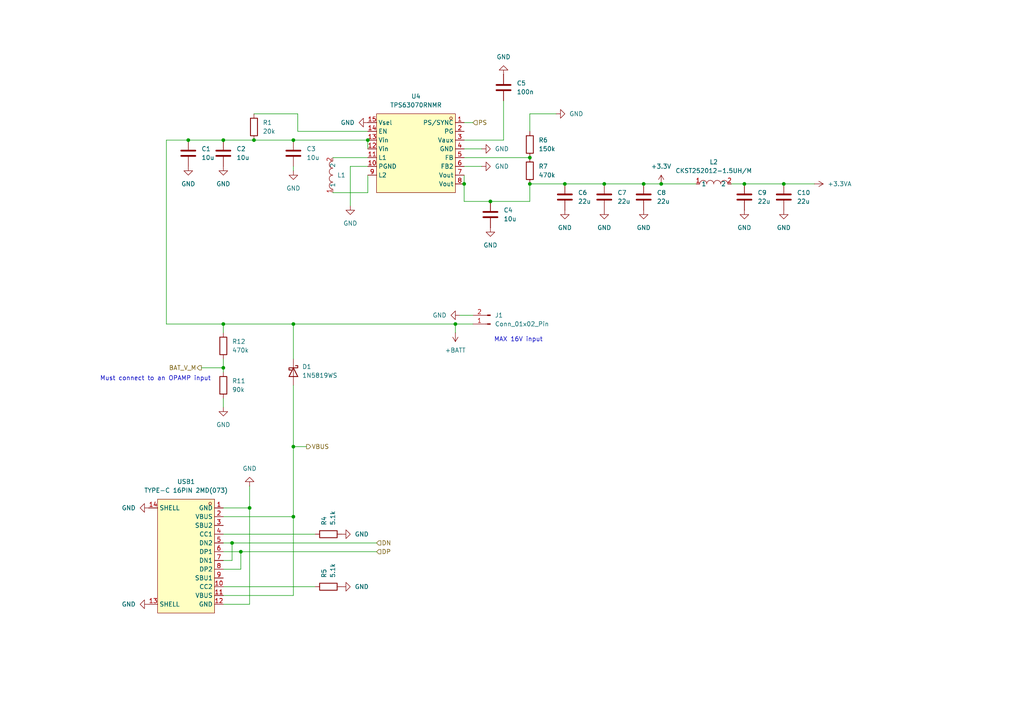
<source format=kicad_sch>
(kicad_sch (version 20231120) (generator "eeschema") (generator_version "8.0")
  (paper "A4")
  (lib_symbols
    (symbol "Connector:Conn_01x02_Pin" (pin_names (offset 1.016) hide)
      (property "Reference" "J" (at 0 2.54 0))
      (property "Value" "Conn_01x02_Pin" (at 0 -5.08 0))
      (symbol "Conn_01x02_Pin_1_1"
        (polyline (pts (xy 1.27 -2.54) (xy 0.8636 -2.54)) (stroke (width 0.1524)))
        (polyline (pts (xy 1.27 0) (xy 0.8636 0)) (stroke (width 0.1524)))
        (rectangle (start 0.8636 -2.413) (end 0 -2.667) (stroke (width 0.1524)) (fill (type outline)))
        (rectangle (start 0.8636 0.127) (end 0 -0.127) (stroke (width 0.1524)) (fill (type outline)))
        (pin passive line (at 5.08 0 180) (length 3.81) (name "Pin_1") (number "1"))
        (pin passive line (at 5.08 -2.54 180) (length 3.81) (name "Pin_2") (number "2"))
      )
    )
    (symbol "Device:C" (pin_numbers hide) (pin_names (offset 0.254))
      (property "Reference" "C" (at 0.635 2.54 0))
      (property "Value" "C" (at 0.635 -2.54 0))
      (symbol "C_0_1"
        (polyline (pts (xy -2.032 -0.762) (xy 2.032 -0.762)) (stroke (width 0.508)))
        (polyline (pts (xy -2.032 0.762) (xy 2.032 0.762)) (stroke (width 0.508)))
      )
      (symbol "C_1_1"
        (pin passive line (at 0 3.81 270) (length 2.794) (name "~") (number "1"))
        (pin passive line (at 0 -3.81 90) (length 2.794) (name "~") (number "2"))
      )
    )
    (symbol "Device:R" (pin_numbers hide) (pin_names (offset 0))
      (property "Reference" "R" (at 2.032 0 90))
      (property "Value" "R" (at 0 0 90))
      (symbol "R_0_1"
        (rectangle (start -1.016 -2.54) (end 1.016 2.54) (stroke (width 0.254)))
      )
      (symbol "R_1_1"
        (pin passive line (at 0 3.81 270) (length 1.27) (name "~") (number "1"))
        (pin passive line (at 0 -3.81 90) (length 1.27) (name "~") (number "2"))
      )
    )
    (symbol "Diode:1N5819WS" (pin_numbers hide) (pin_names (offset 1.016) hide)
      (property "Reference" "D" (at 0 2.54 0))
      (property "Value" "1N5819WS" (at 0 -2.54 0))
      (symbol "1N5819WS_0_1"
        (polyline (pts (xy 1.27 0) (xy -1.27 0)))
        (polyline (pts (xy 1.27 1.27) (xy 1.27 -1.27) (xy -1.27 0) (xy 1.27 1.27)) (stroke (width 0.254)))
        (polyline (pts (xy -1.905 0.635) (xy -1.905 1.27) (xy -1.27 1.27) (xy -1.27 -1.27) (xy -0.635 -1.27) (xy -0.635 -0.635)) (stroke (width 0.254)))
      )
      (symbol "1N5819WS_1_1"
        (pin passive line (at -3.81 0 0) (length 2.54) (name "K") (number "1"))
        (pin passive line (at 3.81 0 180) (length 2.54) (name "A") (number "2"))
      )
    )
    (symbol "Rocketry_Easyeda:CKST252012-1.5UH_M"
      (property "Reference" "L" (at 0 5.08 0))
      (property "Value" "CKST252012-1.5UH/M" (at 0 -5.08 0))
      (symbol "CKST252012-1.5UH_M_0_1"
        (arc (start -2.03 0.01) (mid -3.055 1.013) (end -4.06 -0.01))
        (arc (start 0 0.01) (mid -1.025 1.013) (end -2.03 -0.01))
        (arc (start 2.03 0.01) (mid 1.005 1.013) (end 0 -0.01))
        (arc (start 4.06 0.01) (mid 3.035 1.013) (end 2.03 -0.01))
        (pin unspecified line (at -5.08 0 0) (length 1.016) (name "1") (number "1"))
        (pin unspecified line (at 5.08 0 180) (length 1.016) (name "2") (number "2"))
      )
    )
    (symbol "Rocketry_Easyeda:TPS63070RNMR"
      (property "Reference" "U" (at 0 13.97 0))
      (property "Value" "TPS63070RNMR" (at 0 -13.97 0))
      (symbol "TPS63070RNMR_0_1"
        (rectangle (start -11.43 11.43) (end 11.43 -11.43) (fill (type background)))
        (circle (center -10.16 10.16) (radius 0.38))
        (pin unspecified line (at -13.97 8.89 0) (length 2.54) (name "PS/SYNC") (number "1"))
        (pin unspecified line (at 13.97 -3.81 180) (length 2.54) (name "PGND") (number "10"))
        (pin unspecified line (at 13.97 -1.27 180) (length 2.54) (name "L1") (number "11"))
        (pin unspecified line (at 13.97 1.27 180) (length 2.54) (name "Vin") (number "12"))
        (pin unspecified line (at 13.97 3.81 180) (length 2.54) (name "Vin") (number "13"))
        (pin unspecified line (at 13.97 6.35 180) (length 2.54) (name "EN") (number "14"))
        (pin unspecified line (at 13.97 8.89 180) (length 2.54) (name "Vsel") (number "15"))
        (pin unspecified line (at -13.97 6.35 0) (length 2.54) (name "PG") (number "2"))
        (pin unspecified line (at -13.97 3.81 0) (length 2.54) (name "Vaux") (number "3"))
        (pin unspecified line (at -13.97 1.27 0) (length 2.54) (name "GND") (number "4"))
        (pin unspecified line (at -13.97 -1.27 0) (length 2.54) (name "FB") (number "5"))
        (pin unspecified line (at -13.97 -3.81 0) (length 2.54) (name "FB2") (number "6"))
        (pin unspecified line (at -13.97 -6.35 0) (length 2.54) (name "Vout") (number "7"))
        (pin unspecified line (at -13.97 -8.89 0) (length 2.54) (name "Vout") (number "8"))
        (pin unspecified line (at 13.97 -6.35 180) (length 2.54) (name "L2") (number "9"))
      )
    )
    (symbol "Rocketry_Easyeda:TYPE-C16PIN2MD(073)"
      (property "Reference" "USB" (at 0 19.05 0))
      (property "Value" "TYPE-C 16PIN 2MD(073)" (at 0 -19.05 0))
      (symbol "TYPE-C16PIN2MD(073)_0_1"
        (rectangle (start -8.89 16.51) (end 7.62 -16.51) (fill (type background)))
        (circle (center -7.62 15.24) (radius 0.38))
        (pin unspecified line (at -11.43 13.97 0) (length 2.54) (name "GND") (number "1"))
        (pin unspecified line (at -11.43 -8.89 0) (length 2.54) (name "CC2") (number "10"))
        (pin unspecified line (at -11.43 -11.43 0) (length 2.54) (name "VBUS") (number "11"))
        (pin unspecified line (at -11.43 -13.97 0) (length 2.54) (name "GND") (number "12"))
        (pin unspecified line (at 10.16 -13.97 180) (length 2.54) (name "SHELL") (number "13"))
        (pin unspecified line (at 10.16 13.97 180) (length 2.54) (name "SHELL") (number "14"))
        (pin unspecified line (at -11.43 11.43 0) (length 2.54) (name "VBUS") (number "2"))
        (pin unspecified line (at -11.43 8.89 0) (length 2.54) (name "SBU2") (number "3"))
        (pin unspecified line (at -11.43 6.35 0) (length 2.54) (name "CC1") (number "4"))
        (pin unspecified line (at -11.43 3.81 0) (length 2.54) (name "DN2") (number "5"))
        (pin unspecified line (at -11.43 1.27 0) (length 2.54) (name "DP1") (number "6"))
        (pin unspecified line (at -11.43 -1.27 0) (length 2.54) (name "DN1") (number "7"))
        (pin unspecified line (at -11.43 -3.81 0) (length 2.54) (name "DP2") (number "8"))
        (pin unspecified line (at -11.43 -6.35 0) (length 2.54) (name "SBU1") (number "9"))
      )
    )
    (symbol "power:+3.3V" (power) (pin_numbers hide) (pin_names (offset 0) hide)
      (property "Value" "+3.3V" (at 0 3.556 0))
      (symbol "+3.3V_0_1"
        (polyline (pts (xy -0.762 1.27) (xy 0 2.54)))
        (polyline (pts (xy 0 0) (xy 0 2.54)))
        (polyline (pts (xy 0 2.54) (xy 0.762 1.27)))
      )
      (symbol "+3.3V_1_1"
        (pin power_in line (at 0 0 90) (length 0) (name "~") (number "1"))
      )
    )
    (symbol "power:+BATT" (power) (pin_numbers hide) (pin_names (offset 0) hide)
      (property "Value" "+BATT" (at 0 3.556 0))
      (symbol "+BATT_0_1"
        (polyline (pts (xy -0.762 1.27) (xy 0 2.54)))
        (polyline (pts (xy 0 0) (xy 0 2.54)))
        (polyline (pts (xy 0 2.54) (xy 0.762 1.27)))
      )
      (symbol "+BATT_1_1"
        (pin power_in line (at 0 0 90) (length 0) (name "~") (number "1"))
      )
    )
    (symbol "power:GND" (power) (pin_numbers hide) (pin_names (offset 0) hide)
      (property "Value" "GND" (at 0 -3.81 0))
      (symbol "GND_0_1"
        (polyline (pts (xy 0 0) (xy 0 -1.27) (xy 1.27 -1.27) (xy 0 -2.54) (xy -1.27 -1.27) (xy 0 -1.27)))
      )
      (symbol "GND_1_1"
        (pin power_in line (at 0 0 270) (length 0) (name "~") (number "1"))
      )
    )
  )
  (junction (at 64.77 93.98))
  (junction (at 153.67 53.34))
  (junction (at 163.83 53.34))
  (junction (at 85.09 40.64))
  (junction (at 54.61 40.64))
  (junction (at 215.9 53.34))
  (junction (at 186.69 53.34))
  (junction (at 106.68 40.64))
  (junction (at 227.33 53.34))
  (junction (at 64.77 40.64))
  (junction (at 85.09 149.86))
  (junction (at 67.31 157.48))
  (junction (at 73.66 40.64))
  (junction (at 85.09 129.54))
  (junction (at 64.77 106.68))
  (junction (at 72.39 147.32))
  (junction (at 69.85 160.02))
  (junction (at 175.26 53.34))
  (junction (at 132.08 93.98))
  (junction (at 134.62 53.34))
  (junction (at 153.67 45.72))
  (junction (at 142.24 58.42))
  (junction (at 191.77 53.34))
  (junction (at 85.09 93.98))
  (wire (pts (xy 73.66 33.02) (xy 86.36 33.02)))
  (wire (pts (xy 85.09 129.54) (xy 85.09 149.86)))
  (wire (pts (xy 101.6 59.69) (xy 101.6 48.26)))
  (wire (pts (xy 64.77 40.64) (xy 54.61 40.64)))
  (wire (pts (xy 153.67 53.34) (xy 163.83 53.34)))
  (wire (pts (xy 73.66 40.64) (xy 64.77 40.64)))
  (wire (pts (xy 85.09 93.98) (xy 132.08 93.98)))
  (wire (pts (xy 134.62 58.42) (xy 142.24 58.42)))
  (wire (pts (xy 64.77 170.18) (xy 91.44 170.18)))
  (wire (pts (xy 134.62 45.72) (xy 153.67 45.72)))
  (wire (pts (xy 132.08 96.52) (xy 132.08 93.98)))
  (wire (pts (xy 64.77 93.98) (xy 85.09 93.98)))
  (wire (pts (xy 85.09 40.64) (xy 106.68 40.64)))
  (wire (pts (xy 64.77 93.98) (xy 64.77 96.52)))
  (wire (pts (xy 48.26 93.98) (xy 64.77 93.98)))
  (wire (pts (xy 64.77 106.68) (xy 64.77 104.14)))
  (wire (pts (xy 161.29 33.02) (xy 153.67 33.02)))
  (wire (pts (xy 175.26 53.34) (xy 186.69 53.34)))
  (wire (pts (xy 64.77 172.72) (xy 85.09 172.72)))
  (wire (pts (xy 227.33 53.34) (xy 236.22 53.34)))
  (wire (pts (xy 134.62 50.8) (xy 134.62 53.34)))
  (wire (pts (xy 96.52 45.72) (xy 106.68 45.72)))
  (wire (pts (xy 85.09 40.64) (xy 73.66 40.64)))
  (wire (pts (xy 191.77 53.34) (xy 201.93 53.34)))
  (wire (pts (xy 163.83 53.34) (xy 175.26 53.34)))
  (wire (pts (xy 85.09 49.53) (xy 85.09 48.26)))
  (wire (pts (xy 134.62 40.64) (xy 146.05 40.64)))
  (wire (pts (xy 67.31 157.48) (xy 67.31 162.56)))
  (wire (pts (xy 64.77 118.11) (xy 64.77 115.57)))
  (wire (pts (xy 64.77 157.48) (xy 67.31 157.48)))
  (wire (pts (xy 72.39 147.32) (xy 72.39 175.26)))
  (wire (pts (xy 132.08 93.98) (xy 137.16 93.98)))
  (wire (pts (xy 48.26 40.64) (xy 48.26 93.98)))
  (wire (pts (xy 134.62 48.26) (xy 139.7 48.26)))
  (wire (pts (xy 153.67 33.02) (xy 153.67 38.1)))
  (wire (pts (xy 106.68 55.88) (xy 96.52 55.88)))
  (wire (pts (xy 101.6 48.26) (xy 106.68 48.26)))
  (wire (pts (xy 72.39 140.97) (xy 72.39 147.32)))
  (wire (pts (xy 64.77 149.86) (xy 85.09 149.86)))
  (wire (pts (xy 106.68 50.8) (xy 106.68 55.88)))
  (wire (pts (xy 85.09 129.54) (xy 88.9 129.54)))
  (wire (pts (xy 186.69 53.34) (xy 191.77 53.34)))
  (wire (pts (xy 142.24 58.42) (xy 153.67 58.42)))
  (wire (pts (xy 134.62 58.42) (xy 134.62 53.34)))
  (wire (pts (xy 106.68 40.64) (xy 106.68 43.18)))
  (wire (pts (xy 67.31 157.48) (xy 109.22 157.48)))
  (wire (pts (xy 64.77 160.02) (xy 69.85 160.02)))
  (wire (pts (xy 133.35 91.44) (xy 137.16 91.44)))
  (wire (pts (xy 72.39 147.32) (xy 64.77 147.32)))
  (wire (pts (xy 67.31 162.56) (xy 64.77 162.56)))
  (wire (pts (xy 153.67 58.42) (xy 153.67 53.34)))
  (wire (pts (xy 212.09 53.34) (xy 215.9 53.34)))
  (wire (pts (xy 85.09 111.76) (xy 85.09 129.54)))
  (wire (pts (xy 137.16 35.56) (xy 134.62 35.56)))
  (wire (pts (xy 69.85 160.02) (xy 109.22 160.02)))
  (wire (pts (xy 86.36 33.02) (xy 86.36 38.1)))
  (wire (pts (xy 64.77 165.1) (xy 69.85 165.1)))
  (wire (pts (xy 85.09 93.98) (xy 85.09 104.14)))
  (wire (pts (xy 134.62 43.18) (xy 139.7 43.18)))
  (wire (pts (xy 48.26 40.64) (xy 54.61 40.64)))
  (wire (pts (xy 69.85 160.02) (xy 69.85 165.1)))
  (wire (pts (xy 146.05 40.64) (xy 146.05 29.21)))
  (wire (pts (xy 85.09 172.72) (xy 85.09 149.86)))
  (wire (pts (xy 64.77 154.94) (xy 91.44 154.94)))
  (wire (pts (xy 64.77 175.26) (xy 72.39 175.26)))
  (wire (pts (xy 64.77 106.68) (xy 64.77 107.95)))
  (wire (pts (xy 215.9 53.34) (xy 227.33 53.34)))
  (wire (pts (xy 58.42 106.68) (xy 64.77 106.68)))
  (wire (pts (xy 86.36 38.1) (xy 106.68 38.1)))
  (text "Must connect to an OPAMP input" (at 45.085 109.855 0) (effects (font (size 1.27 1.27))))
  (text "MAX 16V input" (at 150.368 98.552 0) (effects (font (size 1.27 1.27))))
  (hierarchical_label "DN" (shape input) (at 109.22 157.48 0))
  (hierarchical_label "VBUS" (shape output) (at 88.9 129.54 0))
  (hierarchical_label "BAT_V_M" (shape output) (at 58.42 106.68 180))
  (hierarchical_label "PS" (shape input) (at 137.16 35.56 0))
  (hierarchical_label "DP" (shape input) (at 109.22 160.02 0))
  (symbol (lib_id "power:GND") (at 43.18 147.32 270) (unit 1)
    (property "Reference" "#PWR01" (effects (hide yes)))
    (property "Value" "GND" (at 39.37 147.3199 90) (effects (justify right)))
    (property "Description" "Power symbol creates a global label with name \"GND\" , ground" (effects (hide yes)))
  )
  (symbol (lib_id "Diode:1N5819WS") (at 85.09 107.95 270) (unit 1)
    (property "Reference" "D1" (at 87.63 106.3624 90) (effects (justify left)))
    (property "Value" "1N5819WS" (at 87.63 108.9024 90) (effects (justify left)))
    (property "Footprint" "Diode_SMD:D_SOD-323" (effects (hide yes)))
    (property "Datasheet" "https://datasheet.lcsc.com/lcsc/2204281430_Guangdong-Hottech-1N5819WS_C191023.pdf" (effects (hide yes)))
    (property "Description" "40V 600mV@1A 1A SOD-323 Schottky Barrier Diodes, SOD-323" (effects (hide yes)))
  )
  (symbol (lib_id "power:GND") (at 72.39 140.97 180) (unit 1)
    (property "Reference" "#PWR06" (effects (hide yes)))
    (property "Value" "GND" (at 72.39 135.89 0))
    (property "Description" "Power symbol creates a global label with name \"GND\" , ground" (effects (hide yes)))
  )
  (symbol (lib_id "Device:C") (at 163.83 57.15 180) (unit 1)
    (property "Reference" "C6" (at 167.64 55.88 0) (effects (justify right)))
    (property "Value" "22u" (at 167.64 58.42 0) (effects (justify right)))
    (property "Footprint" "Capacitor_SMD:C_0603_1608Metric" (effects (hide yes)))
    (property "Description" "Unpolarized capacitor" (effects (hide yes)))
  )
  (symbol (lib_id "power:GND") (at 215.9 60.96 0) (unit 1)
    (property "Reference" "#PWR023" (effects (hide yes)))
    (property "Value" "GND" (at 215.9 66.04 0))
    (property "Description" "Power symbol creates a global label with name \"GND\" , ground" (effects (hide yes)))
  )
  (symbol (lib_id "Device:C") (at 186.69 57.15 180) (unit 1)
    (property "Reference" "C8" (at 190.5 55.88 0) (effects (justify right)))
    (property "Value" "22u" (at 190.5 58.42 0) (effects (justify right)))
    (property "Footprint" "Capacitor_SMD:C_0603_1608Metric" (effects (hide yes)))
    (property "Description" "Unpolarized capacitor" (effects (hide yes)))
  )
  (symbol (lib_id "Rocketry_Easyeda:TPS63070RNMR") (at 120.65 44.45 0) (mirror y) (unit 1)
    (property "Reference" "U4" (at 120.65 27.94 0))
    (property "Value" "TPS63070RNMR" (at 120.65 30.48 0))
    (property "Footprint" "Rocketry_Easyeda:VQFN-HR-15_L3.0-W2.5-P0.50-BL_TPS63070RNMR" (effects (hide yes)))
    (property "Datasheet" "https://lcsc.com/product-detail/DC-DC-Converters_TI_TPS63070RNMR_TPS63070RNMR_C109322.html" (effects (hide yes)))
    (property "LCSC Part" "C109322" (effects (hide yes)))
  )
  (symbol (lib_id "Rocketry_Easyeda:CKST252012-1.5UH_M") (at 96.52 50.8 90) (unit 1)
    (property "Reference" "L1" (at 97.79 50.7999 90) (effects (justify right)))
    (property "Value" "CKST252012-1.5UH/M" (effects (hide yes)))
    (property "Footprint" "Rocketry_Easyeda:IND-SMD_L2.5-W2.0-VLS252012CX-150M" (effects (hide yes)))
    (property "LCSC Part" "C3002550" (effects (hide yes)))
  )
  (symbol (lib_id "power:GND") (at 133.35 91.44 270) (unit 1)
    (property "Reference" "#PWR022" (effects (hide yes)))
    (property "Value" "GND" (at 129.54 91.4399 90) (effects (justify right)))
    (property "Description" "Power symbol creates a global label with name \"GND\" , ground" (effects (hide yes)))
  )
  (symbol (lib_id "Device:C") (at 175.26 57.15 180) (unit 1)
    (property "Reference" "C7" (at 179.07 55.88 0) (effects (justify right)))
    (property "Value" "22u" (at 179.07 58.42 0) (effects (justify right)))
    (property "Footprint" "Capacitor_SMD:C_0603_1608Metric" (effects (hide yes)))
    (property "Description" "Unpolarized capacitor" (effects (hide yes)))
  )
  (symbol (lib_id "power:GND") (at 139.7 48.26 90) (unit 1)
    (property "Reference" "#PWR015" (effects (hide yes)))
    (property "Value" "GND" (at 143.51 48.2599 90) (effects (justify right)))
    (property "Description" "Power symbol creates a global label with name \"GND\" , ground" (effects (hide yes)))
  )
  (symbol (lib_id "Connector:Conn_01x02_Pin") (at 142.24 93.98 180) (unit 1)
    (property "Reference" "J1" (at 143.51 91.4399 0) (effects (justify right)))
    (property "Value" "Conn_01x02_Pin" (at 143.51 93.9799 0) (effects (justify right)))
    (property "Footprint" "Rocketry_Manual:1054301102" (effects (hide yes)))
    (property "Description" "Generic connector, single row, 01x02, script generated" (effects (hide yes)))
  )
  (symbol (lib_id "power:GND") (at 146.05 21.59 180) (unit 1)
    (property "Reference" "#PWR017" (effects (hide yes)))
    (property "Value" "GND" (at 146.05 16.51 0))
    (property "Description" "Power symbol creates a global label with name \"GND\" , ground" (effects (hide yes)))
  )
  (symbol (lib_id "Rocketry_Easyeda:CKST252012-1.5UH_M") (at 207.01 53.34 0) (unit 1)
    (property "Reference" "L2" (at 207.01 46.99 0))
    (property "Value" "CKST252012-1.5UH/M" (at 207.01 49.53 0))
    (property "Footprint" "Rocketry_Easyeda:IND-SMD_L2.5-W2.0-VLS252012CX-150M" (effects (hide yes)))
    (property "LCSC Part" "C3002550" (effects (hide yes)))
  )
  (symbol (lib_id "Device:R") (at 73.66 36.83 0) (unit 1)
    (property "Reference" "R1" (at 76.2 35.5599 0) (effects (justify left)))
    (property "Value" "20k" (at 76.2 38.0999 0) (effects (justify left)))
    (property "Footprint" "Resistor_SMD:R_0402_1005Metric" (effects (hide yes)))
    (property "Description" "Resistor" (effects (hide yes)))
  )
  (symbol (lib_id "Device:R") (at 95.25 170.18 270) (unit 1)
    (property "Reference" "R5" (at 93.9799 167.64 0) (effects (justify right)))
    (property "Value" "5.1k" (at 96.5199 167.64 0) (effects (justify right)))
    (property "Footprint" "Resistor_SMD:R_0402_1005Metric" (effects (hide yes)))
    (property "Description" "Resistor" (effects (hide yes)))
  )
  (symbol (lib_id "power:GND") (at 64.77 118.11 0) (mirror y) (unit 1)
    (property "Reference" "#PWR7" (effects (hide yes)))
    (property "Value" "GND" (at 64.77 123.19 0))
    (property "Description" "Power symbol creates a global label with name \"GND\" , ground" (effects (hide yes)))
  )
  (symbol (lib_id "Device:C") (at 54.61 44.45 180) (unit 1)
    (property "Reference" "C1" (at 58.42 43.18 0) (effects (justify right)))
    (property "Value" "10u" (at 58.42 45.72 0) (effects (justify right)))
    (property "Footprint" "Capacitor_SMD:C_0603_1608Metric" (effects (hide yes)))
    (property "Description" "Unpolarized capacitor" (effects (hide yes)))
  )
  (symbol (lib_id "power:GND") (at 161.29 33.02 90) (unit 1)
    (property "Reference" "#PWR018" (effects (hide yes)))
    (property "Value" "GND" (at 165.1 33.0199 90) (effects (justify right)))
    (property "Description" "Power symbol creates a global label with name \"GND\" , ground" (effects (hide yes)))
  )
  (symbol (lib_id "power:GND") (at 43.18 175.26 270) (unit 1)
    (property "Reference" "#PWR02" (effects (hide yes)))
    (property "Value" "GND" (at 39.37 175.2599 90) (effects (justify right)))
    (property "Description" "Power symbol creates a global label with name \"GND\" , ground" (effects (hide yes)))
  )
  (symbol (lib_id "Device:C") (at 142.24 62.23 180) (unit 1)
    (property "Reference" "C4" (at 146.05 60.96 0) (effects (justify right)))
    (property "Value" "10u" (at 146.05 63.5 0) (effects (justify right)))
    (property "Footprint" "Capacitor_SMD:C_0603_1608Metric" (effects (hide yes)))
    (property "Description" "Unpolarized capacitor" (effects (hide yes)))
  )
  (symbol (lib_id "Device:C") (at 227.33 57.15 180) (unit 1)
    (property "Reference" "C10" (at 231.14 55.88 0) (effects (justify right)))
    (property "Value" "22u" (at 231.14 58.42 0) (effects (justify right)))
    (property "Footprint" "Capacitor_SMD:C_0603_1608Metric" (effects (hide yes)))
    (property "Description" "Unpolarized capacitor" (effects (hide yes)))
  )
  (symbol (lib_id "Device:C") (at 146.05 25.4 180) (unit 1)
    (property "Reference" "C5" (at 149.86 24.13 0) (effects (justify right)))
    (property "Value" "100n" (at 149.86 26.67 0) (effects (justify right)))
    (property "Footprint" "Capacitor_SMD:C_0402_1005Metric" (effects (hide yes)))
    (property "Description" "Unpolarized capacitor" (effects (hide yes)))
  )
  (symbol (lib_id "Device:R") (at 153.67 49.53 0) (unit 1)
    (property "Reference" "R7" (at 156.21 48.2599 0) (effects (justify left)))
    (property "Value" "470k" (at 156.21 50.7999 0) (effects (justify left)))
    (property "Footprint" "Resistor_SMD:R_0402_1005Metric" (effects (hide yes)))
    (property "Description" "Resistor" (effects (hide yes)))
  )
  (symbol (lib_id "power:GND") (at 64.77 48.26 0) (unit 1)
    (property "Reference" "#PWR05" (effects (hide yes)))
    (property "Value" "GND" (at 64.77 53.34 0))
    (property "Description" "Power symbol creates a global label with name \"GND\" , ground" (effects (hide yes)))
  )
  (symbol (lib_id "power:GND") (at 142.24 66.04 0) (unit 1)
    (property "Reference" "#PWR016" (effects (hide yes)))
    (property "Value" "GND" (at 142.24 71.12 0))
    (property "Description" "Power symbol creates a global label with name \"GND\" , ground" (effects (hide yes)))
  )
  (symbol (lib_id "power:GND") (at 163.83 60.96 0) (unit 1)
    (property "Reference" "#PWR019" (effects (hide yes)))
    (property "Value" "GND" (at 163.83 66.04 0))
    (property "Description" "Power symbol creates a global label with name \"GND\" , ground" (effects (hide yes)))
  )
  (symbol (lib_id "power:GND") (at 99.06 170.18 90) (unit 1)
    (property "Reference" "#PWR011" (effects (hide yes)))
    (property "Value" "GND" (at 102.87 170.1799 90) (effects (justify right)))
    (property "Description" "Power symbol creates a global label with name \"GND\" , ground" (effects (hide yes)))
  )
  (symbol (lib_id "Device:R") (at 95.25 154.94 270) (unit 1)
    (property "Reference" "R4" (at 93.9799 152.4 0) (effects (justify right)))
    (property "Value" "5.1k" (at 96.5199 152.4 0) (effects (justify right)))
    (property "Footprint" "Resistor_SMD:R_0402_1005Metric" (effects (hide yes)))
    (property "Description" "Resistor" (effects (hide yes)))
  )
  (symbol (lib_id "power:GND") (at 139.7 43.18 90) (unit 1)
    (property "Reference" "#PWR014" (effects (hide yes)))
    (property "Value" "GND" (at 143.51 43.1799 90) (effects (justify right)))
    (property "Description" "Power symbol creates a global label with name \"GND\" , ground" (effects (hide yes)))
  )
  (symbol (lib_id "Device:C") (at 215.9 57.15 180) (unit 1)
    (property "Reference" "C9" (at 219.71 55.88 0) (effects (justify right)))
    (property "Value" "22u" (at 219.71 58.42 0) (effects (justify right)))
    (property "Footprint" "Capacitor_SMD:C_0603_1608Metric" (effects (hide yes)))
    (property "Description" "Unpolarized capacitor" (effects (hide yes)))
  )
  (symbol (lib_id "power:GND") (at 106.68 35.56 270) (unit 1)
    (property "Reference" "#PWR013" (effects (hide yes)))
    (property "Value" "GND" (at 102.87 35.5599 90) (effects (justify right)))
    (property "Description" "Power symbol creates a global label with name \"GND\" , ground" (effects (hide yes)))
  )
  (symbol (lib_id "Device:R") (at 64.77 100.33 0) (mirror y) (unit 1)
    (property "Reference" "R12" (at 67.31 99.0599 0) (effects (justify right)))
    (property "Value" "470k" (at 67.31 101.5999 0) (effects (justify right)))
    (property "Footprint" "Resistor_SMD:R_0402_1005Metric" (effects (hide yes)))
    (property "Description" "Resistor" (effects (hide yes)))
  )
  (symbol (lib_id "power:GND") (at 227.33 60.96 0) (unit 1)
    (property "Reference" "#PWR024" (effects (hide yes)))
    (property "Value" "GND" (at 227.33 66.04 0))
    (property "Description" "Power symbol creates a global label with name \"GND\" , ground" (effects (hide yes)))
  )
  (symbol (lib_id "Device:R") (at 64.77 111.76 0) (mirror y) (unit 1)
    (property "Reference" "R11" (at 67.31 110.4899 0) (effects (justify right)))
    (property "Value" "90k" (at 67.31 113.0299 0) (effects (justify right)))
    (property "Footprint" "Resistor_SMD:R_0402_1005Metric" (effects (hide yes)))
    (property "Description" "Resistor" (effects (hide yes)))
  )
  (symbol (lib_id "Device:R") (at 153.67 41.91 0) (unit 1)
    (property "Reference" "R6" (at 156.21 40.6399 0) (effects (justify left)))
    (property "Value" "150k" (at 156.21 43.1799 0) (effects (justify left)))
    (property "Footprint" "Resistor_SMD:R_0402_1005Metric" (effects (hide yes)))
    (property "Description" "Resistor" (effects (hide yes)))
  )
  (symbol (lib_id "power:GND") (at 101.6 59.69 0) (unit 1)
    (property "Reference" "#PWR012" (effects (hide yes)))
    (property "Value" "GND" (at 101.6 64.77 0))
    (property "Description" "Power symbol creates a global label with name \"GND\" , ground" (effects (hide yes)))
  )
  (symbol (lib_id "power:GND") (at 85.09 49.53 0) (unit 1)
    (property "Reference" "#PWR08" (effects (hide yes)))
    (property "Value" "GND" (at 85.09 54.61 0))
    (property "Description" "Power symbol creates a global label with name \"GND\" , ground" (effects (hide yes)))
  )
  (symbol (lib_id "power:+BATT") (at 132.08 96.52 180) (unit 1)
    (property "Reference" "#PWR04" (effects (hide yes)))
    (property "Value" "+BATT" (at 132.08 101.6 0))
    (property "Description" "Power symbol creates a global label with name \"+BATT\"" (effects (hide yes)))
  )
  (symbol (lib_id "power:GND") (at 54.61 48.26 0) (unit 1)
    (property "Reference" "#PWR03" (effects (hide yes)))
    (property "Value" "GND" (at 54.61 53.34 0))
    (property "Description" "Power symbol creates a global label with name \"GND\" , ground" (effects (hide yes)))
  )
  (symbol (lib_id "power:GND") (at 175.26 60.96 0) (unit 1)
    (property "Reference" "#PWR020" (effects (hide yes)))
    (property "Value" "GND" (at 175.26 66.04 0))
    (property "Description" "Power symbol creates a global label with name \"GND\" , ground" (effects (hide yes)))
  )
  (symbol (lib_id "Device:C") (at 64.77 44.45 180) (unit 1)
    (property "Reference" "C2" (at 68.58 43.18 0) (effects (justify right)))
    (property "Value" "10u" (at 68.58 45.72 0) (effects (justify right)))
    (property "Footprint" "Capacitor_SMD:C_0603_1608Metric" (effects (hide yes)))
    (property "Description" "Unpolarized capacitor" (effects (hide yes)))
  )
  (symbol (lib_id "power:+3.3V") (at 236.22 53.34 270) (unit 1)
    (property "Reference" "#PWR62" (effects (hide yes)))
    (property "Value" "+3.3VA" (at 240.03 53.3399 90) (effects (justify left)))
    (property "Description" "Power symbol creates a global label with name \"+3.3V\"" (effects (hide yes)))
  )
  (symbol (lib_id "Rocketry_Easyeda:TYPE-C16PIN2MD(073)") (at 53.34 161.29 0) (mirror y) (unit 1)
    (property "Reference" "USB1" (at 53.975 139.7 0))
    (property "Value" "TYPE-C 16PIN 2MD(073)" (at 53.975 142.24 0))
    (property "Footprint" "Rocketry_Easyeda:USB-C-SMD_TYPE-C-6PIN-2MD-073" (effects (hide yes)))
    (property "LCSC Part" "C2765186" (effects (hide yes)))
  )
  (symbol (lib_id "power:GND") (at 99.06 154.94 90) (unit 1)
    (property "Reference" "#PWR010" (effects (hide yes)))
    (property "Value" "GND" (at 102.87 154.9399 90) (effects (justify right)))
    (property "Description" "Power symbol creates a global label with name \"GND\" , ground" (effects (hide yes)))
  )
  (symbol (lib_id "power:+3.3V") (at 191.77 53.34 0) (unit 1)
    (property "Reference" "#PWR26" (effects (hide yes)))
    (property "Value" "+3.3V" (at 191.77 48.26 0))
    (property "Description" "Power symbol creates a global label with name \"+3.3V\"" (effects (hide yes)))
  )
  (symbol (lib_id "power:GND") (at 186.69 60.96 0) (unit 1)
    (property "Reference" "#PWR021" (effects (hide yes)))
    (property "Value" "GND" (at 186.69 66.04 0))
    (property "Description" "Power symbol creates a global label with name \"GND\" , ground" (effects (hide yes)))
  )
  (symbol (lib_id "Device:C") (at 85.09 44.45 180) (unit 1)
    (property "Reference" "C3" (at 88.9 43.18 0) (effects (justify right)))
    (property "Value" "10u" (at 88.9 45.72 0) (effects (justify right)))
    (property "Footprint" "Capacitor_SMD:C_0603_1608Metric" (effects (hide yes)))
    (property "Description" "Unpolarized capacitor" (effects (hide yes)))
  )
)
</source>
